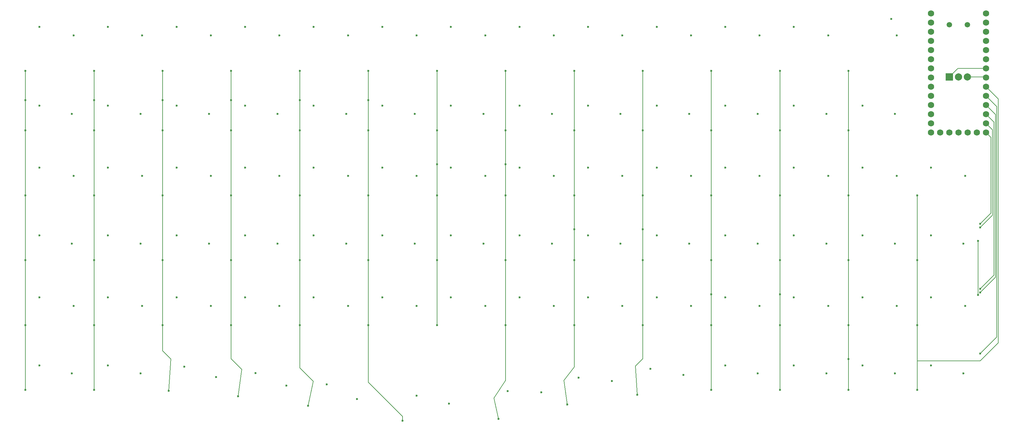
<source format=gbr>
%TF.GenerationSoftware,KiCad,Pcbnew,8.0.7*%
%TF.CreationDate,2025-01-24T18:11:26+01:00*%
%TF.ProjectId,eepyboard_rev3,65657079-626f-4617-9264-5f726576332e,1.2*%
%TF.SameCoordinates,Original*%
%TF.FileFunction,Copper,L1,Top*%
%TF.FilePolarity,Positive*%
%FSLAX46Y46*%
G04 Gerber Fmt 4.6, Leading zero omitted, Abs format (unit mm)*
G04 Created by KiCad (PCBNEW 8.0.7) date 2025-01-24 18:11:26*
%MOMM*%
%LPD*%
G01*
G04 APERTURE LIST*
%TA.AperFunction,ComponentPad*%
%ADD10C,1.500000*%
%TD*%
%TA.AperFunction,ComponentPad*%
%ADD11R,2.000000X2.000000*%
%TD*%
%TA.AperFunction,ComponentPad*%
%ADD12C,2.000000*%
%TD*%
%TA.AperFunction,ComponentPad*%
%ADD13C,1.752600*%
%TD*%
%TA.AperFunction,ViaPad*%
%ADD14C,0.600000*%
%TD*%
%TA.AperFunction,Conductor*%
%ADD15C,0.200000*%
%TD*%
G04 APERTURE END LIST*
D10*
%TO.P,ROT1,1*%
%TO.N,diode_rotary_top_right*%
X322976745Y-75295902D03*
%TO.P,ROT1,2*%
%TO.N,COL14*%
X327976745Y-75295902D03*
D11*
%TO.P,ROT1,A*%
%TO.N,rotary_top_right_a*%
X322976745Y-89795905D03*
D12*
%TO.P,ROT1,B*%
%TO.N,rotary_top_right_b*%
X327976745Y-89795904D03*
%TO.P,ROT1,C*%
%TO.N,GND*%
X325476746Y-89795902D03*
%TD*%
D13*
%TO.P,MCU1,1*%
%TO.N,ROW1*%
X333136746Y-72165900D03*
%TO.P,MCU1,2*%
%TO.N,ROW2*%
X333136746Y-74705900D03*
%TO.P,MCU1,3*%
%TO.N,ROW3*%
X333136746Y-77245900D03*
%TO.P,MCU1,4*%
%TO.N,ROW4*%
X333136746Y-79785900D03*
%TO.P,MCU1,5*%
%TO.N,GP4*%
X333136746Y-82325900D03*
%TO.P,MCU1,6*%
%TO.N,GP5*%
X333136746Y-84865900D03*
%TO.P,MCU1,7*%
%TO.N,rotary_top_right_a*%
X333136746Y-87405900D03*
%TO.P,MCU1,8*%
%TO.N,rotary_top_right_b*%
X333136746Y-89945900D03*
%TO.P,MCU1,9*%
%TO.N,COL14*%
X333136746Y-92485900D03*
%TO.P,MCU1,10*%
%TO.N,COL13*%
X333136746Y-95025900D03*
%TO.P,MCU1,11*%
%TO.N,COL12*%
X333136746Y-97565900D03*
%TO.P,MCU1,12*%
%TO.N,COL11*%
X333136746Y-100105900D03*
%TO.P,MCU1,13*%
%TO.N,COL10*%
X333136746Y-102645900D03*
%TO.P,MCU1,14*%
%TO.N,COL9*%
X333136746Y-105185900D03*
%TO.P,MCU1,15*%
%TO.N,GP14*%
X330596746Y-105185900D03*
%TO.P,MCU1,16*%
%TO.N,GP15*%
X328056746Y-105185900D03*
%TO.P,MCU1,17*%
%TO.N,GP16*%
X325516746Y-105185900D03*
%TO.P,MCU1,18*%
%TO.N,COL8*%
X322976746Y-105185900D03*
%TO.P,MCU1,19*%
%TO.N,COL7*%
X320436746Y-105185900D03*
%TO.P,MCU1,20*%
%TO.N,VCC*%
X317896746Y-72165900D03*
%TO.P,MCU1,21*%
%TO.N,GND*%
X317896746Y-74705900D03*
%TO.P,MCU1,22*%
%TO.N,RST*%
X317896746Y-77245900D03*
%TO.P,MCU1,23*%
%TO.N,3V3*%
X317896746Y-79785900D03*
%TO.P,MCU1,24*%
%TO.N,led_din_function_f12*%
X317896746Y-82325900D03*
%TO.P,MCU1,25*%
%TO.N,ROW6*%
X317896746Y-84865900D03*
%TO.P,MCU1,26*%
%TO.N,COL1*%
X317896746Y-87405900D03*
%TO.P,MCU1,27*%
%TO.N,COL2*%
X317896746Y-89945900D03*
%TO.P,MCU1,28*%
%TO.N,COL3*%
X317896746Y-92485900D03*
%TO.P,MCU1,29*%
%TO.N,COL4*%
X317896746Y-95025900D03*
%TO.P,MCU1,30*%
%TO.N,COL5*%
X317896746Y-97565900D03*
%TO.P,MCU1,31*%
%TO.N,COL6*%
X317896746Y-100105900D03*
%TO.P,MCU1,32*%
%TO.N,GP20*%
X317896746Y-102645900D03*
%TO.P,MCU1,33*%
%TO.N,ROW5*%
X317896746Y-105185900D03*
%TD*%
D14*
%TO.N,COL6*%
X162027674Y-96175900D03*
%TO.N,COL5*%
X143027675Y-96175900D03*
%TO.N,COL4*%
X124027673Y-96175900D03*
%TO.N,COL3*%
X105027673Y-96175900D03*
%TO.N,COL2*%
X86027674Y-96175900D03*
%TO.N,COL1*%
X67027672Y-96175900D03*
%TO.N,led_din_main_right_bottom*%
X330900000Y-135250000D03*
%TO.N,COL9*%
X331500000Y-130500000D03*
%TO.N,COL10*%
X331500000Y-131500000D03*
%TO.N,COL7*%
X181027674Y-114000000D03*
%TO.N,COL8*%
X200027674Y-114000000D03*
%TO.N,COL9*%
X219027674Y-132000000D03*
%TO.N,COL10*%
X238027674Y-132000000D03*
%TO.N,COL13*%
X331500000Y-166500000D03*
%TO.N,COL12*%
X331500000Y-149500000D03*
%TO.N,COL13*%
X295027674Y-168000000D03*
%TO.N,COL11*%
X257027673Y-150000000D03*
%TO.N,COL12*%
X276027673Y-150000000D03*
%TO.N,GND*%
X200635767Y-176903765D03*
%TO.N,VCC*%
X209909495Y-177245617D03*
X229466372Y-174121100D03*
%TO.N,GND*%
X220239081Y-173133175D03*
X240151917Y-170730062D03*
%TO.N,VCC*%
X249287818Y-172359247D03*
X119876586Y-172997741D03*
X139351300Y-175355633D03*
X158830360Y-179096210D03*
%TO.N,GND*%
X150497430Y-175011951D03*
X130753767Y-171862594D03*
X111056334Y-170112943D03*
X317890546Y-169725899D03*
X298890546Y-169725899D03*
X279890544Y-169725901D03*
X260890545Y-169725900D03*
X175390544Y-178117398D03*
X89890544Y-169725901D03*
X70890544Y-169725900D03*
X317890544Y-133725901D03*
X298890544Y-133725902D03*
X279890544Y-133725901D03*
X260890544Y-133725903D03*
X241890546Y-133725900D03*
X222890544Y-133725898D03*
X203890544Y-133725898D03*
X184890543Y-133725900D03*
X165890544Y-133725902D03*
X146890543Y-133725901D03*
X127890544Y-133725901D03*
X108890544Y-133725901D03*
X89890544Y-133725902D03*
X70890543Y-133725903D03*
X298890544Y-97725900D03*
X279890544Y-97725900D03*
X260890545Y-97725901D03*
X241890546Y-97725901D03*
X222890545Y-97725899D03*
X203890545Y-97725901D03*
X184890544Y-97725903D03*
X165890544Y-97725898D03*
X146890543Y-97725900D03*
X127890543Y-97725898D03*
X108890543Y-97725898D03*
X89890543Y-97725900D03*
X70890544Y-97725901D03*
X327390544Y-153225900D03*
X308390544Y-153225901D03*
X289390544Y-153225900D03*
X270390544Y-153225900D03*
X251390544Y-153225902D03*
X232390544Y-153225904D03*
X213390543Y-153225903D03*
X194390543Y-153225900D03*
X175390543Y-153225901D03*
X156390543Y-153225899D03*
X137390543Y-153225900D03*
X118390543Y-153225899D03*
X99390544Y-153225900D03*
X80390544Y-153225901D03*
X327390544Y-117225901D03*
X308390543Y-117225901D03*
X289390544Y-117225902D03*
X270390543Y-117225900D03*
X251390544Y-117225900D03*
X232390544Y-117225901D03*
X213390544Y-117225902D03*
X194390543Y-117225899D03*
X175390543Y-117225902D03*
X156390543Y-117225902D03*
X137390543Y-117225901D03*
X118390543Y-117225901D03*
X99390543Y-117225899D03*
X80390543Y-117225899D03*
%TO.N,COL14*%
X314027672Y-122571945D03*
X314027672Y-158571942D03*
X314027672Y-176571945D03*
X314027674Y-140571942D03*
%TO.N,COL13*%
X295027673Y-104571945D03*
X295027675Y-122571945D03*
X295027674Y-176571947D03*
X295027674Y-140571944D03*
X295027673Y-158571942D03*
X295027674Y-88071942D03*
%TO.N,COL12*%
X276027673Y-122571947D03*
X276027671Y-88071942D03*
X276027673Y-158571943D03*
X276027676Y-104571944D03*
X276027673Y-140571944D03*
X276027674Y-176571944D03*
%TO.N,COL11*%
X257027675Y-104571944D03*
X257027673Y-158571945D03*
X257027675Y-176571942D03*
X257027674Y-122571942D03*
X257027674Y-140571942D03*
X257027673Y-88071944D03*
%TO.N,COL10*%
X238027675Y-88071946D03*
X238027675Y-104571944D03*
X236545581Y-177918401D03*
X238027673Y-158571944D03*
X238027674Y-140571944D03*
X238027673Y-122571943D03*
%TO.N,COL9*%
X219027675Y-122571941D03*
X219027676Y-104571946D03*
X217149134Y-180638936D03*
X219027673Y-158571944D03*
X219027673Y-88071945D03*
X219027674Y-140571945D03*
%TO.N,COL8*%
X200027674Y-88071945D03*
X198059299Y-184547830D03*
X200027673Y-122571942D03*
X200027672Y-158571943D03*
X200027675Y-140571945D03*
X200027676Y-104571945D03*
%TO.N,COL7*%
X181027676Y-140571943D03*
X181027676Y-104571944D03*
X181027676Y-88071943D03*
X181027672Y-158571944D03*
X181027672Y-122571942D03*
%TO.N,VCC*%
X222890544Y-75863400D03*
X288890543Y-171988400D03*
X108890544Y-114863402D03*
X279890543Y-75863402D03*
X127890544Y-75863401D03*
X250890543Y-135988402D03*
X193890543Y-99988399D03*
X250890544Y-99988400D03*
X174890543Y-99988401D03*
X146890544Y-150863400D03*
X260890544Y-75863399D03*
X241890543Y-75863397D03*
X98890543Y-99988405D03*
X317890544Y-150863398D03*
X146890544Y-114863403D03*
X193890543Y-135988404D03*
X117890544Y-99988403D03*
X79890544Y-99988402D03*
X184390545Y-180379896D03*
X79890544Y-171988399D03*
X174890544Y-135988402D03*
X326890544Y-171988397D03*
X184890545Y-114863403D03*
X70890544Y-114863399D03*
X117890544Y-135988400D03*
X307890544Y-135988401D03*
X203890544Y-150863401D03*
X127890543Y-114863403D03*
X89890544Y-75863403D03*
X165890543Y-114863402D03*
X279890543Y-150863402D03*
X89890543Y-150863399D03*
X203890545Y-75863403D03*
X306890545Y-73667578D03*
X222890544Y-150863401D03*
X184890544Y-150863399D03*
X136890543Y-135988401D03*
X288890544Y-99988401D03*
X317890545Y-114863400D03*
X79890545Y-135988398D03*
X260890543Y-114863401D03*
X241890543Y-150863401D03*
X98890542Y-135988402D03*
X108890544Y-75863403D03*
X298890543Y-150863403D03*
X146890544Y-75863398D03*
X222890543Y-114863403D03*
X260890543Y-150863401D03*
X288890544Y-135988402D03*
X269890543Y-171988403D03*
X155890543Y-99988401D03*
X241890543Y-114863402D03*
X231890544Y-99988399D03*
X203890544Y-114863402D03*
X326890544Y-135988401D03*
X70890543Y-75863401D03*
X165890544Y-75863400D03*
X108890543Y-150863403D03*
X98890545Y-171988396D03*
X165890544Y-150863399D03*
X136890544Y-99988402D03*
X127890545Y-150863398D03*
X269890544Y-99988400D03*
X269890545Y-135988398D03*
X212890543Y-99988400D03*
X89890544Y-114863399D03*
X184890545Y-75863401D03*
X298890544Y-114863399D03*
X307890545Y-99988404D03*
X70890543Y-150863401D03*
X279890544Y-114863399D03*
X155890544Y-135988398D03*
X307890544Y-171988399D03*
X212890543Y-135988402D03*
X231890543Y-135988401D03*
%TO.N,GND*%
X80390543Y-78225900D03*
X194390545Y-78225898D03*
X289390543Y-78225902D03*
X308390543Y-78225900D03*
X99390545Y-78225902D03*
X137390544Y-78225902D03*
X118390544Y-78225902D03*
X232390545Y-78225899D03*
X251390544Y-78225898D03*
X175390544Y-78225897D03*
X213390545Y-78225899D03*
X156390544Y-78225900D03*
X270390543Y-78225899D03*
%TO.N,COL1*%
X67027674Y-122571946D03*
X67027673Y-88071943D03*
X67027673Y-176571943D03*
X67027671Y-104571942D03*
X67027674Y-158571946D03*
X67027673Y-140571941D03*
%TO.N,COL2*%
X86027673Y-88071942D03*
X86027673Y-104571942D03*
X86027676Y-176571946D03*
X86027673Y-140571943D03*
X86027675Y-158571943D03*
X86027675Y-122571947D03*
%TO.N,COL3*%
X106718122Y-176775310D03*
X105027675Y-158571943D03*
X105027674Y-104571943D03*
X105027675Y-122571945D03*
X105027673Y-88071944D03*
X105027671Y-140571944D03*
%TO.N,COL4*%
X125945875Y-178346396D03*
X124027674Y-104571945D03*
X124027675Y-88071945D03*
X124027675Y-158571942D03*
X124027672Y-122571944D03*
X124027673Y-140571944D03*
%TO.N,COL5*%
X143027674Y-104571944D03*
X143027676Y-88071944D03*
X143027674Y-140571942D03*
X143027675Y-158571944D03*
X145299627Y-180922965D03*
X143027672Y-122571944D03*
%TO.N,COL6*%
X162027672Y-140571942D03*
X162027674Y-104571943D03*
X171527673Y-185071943D03*
X162027674Y-88071945D03*
X162027673Y-122571945D03*
X162027673Y-158571945D03*
%TO.N,COL11*%
X331500000Y-148500000D03*
%TO.N,led_din_main_right_bottom*%
X330900000Y-150250000D03*
%TD*%
D15*
%TO.N,rotary_top_right_a*%
X322976745Y-89795905D02*
X325366750Y-87405900D01*
X325366750Y-87405900D02*
X333136746Y-87405900D01*
%TO.N,rotary_top_right_b*%
X327976745Y-89795904D02*
X332986750Y-89795904D01*
%TO.N,COL6*%
X162027674Y-96175900D02*
X162027674Y-104571943D01*
%TO.N,COL5*%
X143027675Y-96175900D02*
X143027676Y-88071944D01*
%TO.N,COL4*%
X124027673Y-96175900D02*
X124027674Y-104571945D01*
%TO.N,COL3*%
X105027673Y-96175900D02*
X105027674Y-104571943D01*
%TO.N,COL2*%
X86027674Y-96175900D02*
X86027673Y-104571942D01*
%TO.N,COL1*%
X67027672Y-96175900D02*
X67027671Y-104571942D01*
%TO.N,led_din_main_right_bottom*%
X330900000Y-135250000D02*
X330900000Y-150250000D01*
%TO.N,COL14*%
X333136746Y-92485900D02*
X336500000Y-95849154D01*
X336500000Y-95849154D02*
X336500000Y-163500000D01*
X336500000Y-163500000D02*
X331500000Y-168500000D01*
X331500000Y-168500000D02*
X314027674Y-168500000D01*
%TO.N,COL13*%
X333136746Y-95025900D02*
X336100000Y-97989154D01*
X336100000Y-97989154D02*
X336100000Y-161900000D01*
X336100000Y-161900000D02*
X331500000Y-166500000D01*
%TO.N,COL12*%
X331500000Y-149500000D02*
X335700000Y-145300000D01*
X335700000Y-145300000D02*
X335700000Y-100129154D01*
X335700000Y-100129154D02*
X333136746Y-97565900D01*
%TO.N,COL11*%
X333136746Y-100105900D02*
X335300000Y-102269154D01*
X335300000Y-102269154D02*
X335300000Y-144700000D01*
X335300000Y-144700000D02*
X331500000Y-148500000D01*
%TO.N,COL10*%
X331500000Y-131500000D02*
X334900000Y-128100000D01*
X334900000Y-128100000D02*
X334900000Y-104409154D01*
X334900000Y-104409154D02*
X333136746Y-102645900D01*
%TO.N,COL9*%
X333136746Y-105185900D02*
X334500000Y-106549154D01*
X334500000Y-106549154D02*
X334500000Y-127500000D01*
X334500000Y-127500000D02*
X331500000Y-130500000D01*
%TO.N,COL7*%
X181027674Y-114000000D02*
X181027672Y-122571942D01*
%TO.N,COL8*%
X200027674Y-114000000D02*
X200027673Y-122571942D01*
%TO.N,COL9*%
X219027674Y-132000000D02*
X219027674Y-140571945D01*
%TO.N,COL10*%
X238027674Y-132000000D02*
X238027674Y-140571944D01*
%TO.N,COL14*%
X314027672Y-158571942D02*
X314027674Y-170500000D01*
X314027672Y-176571945D02*
X314027674Y-170500000D01*
%TO.N,COL13*%
X295027674Y-168000000D02*
X295027674Y-176571947D01*
%TO.N,COL11*%
X257027673Y-150000000D02*
X257027673Y-158571945D01*
X257027674Y-140571942D02*
X257027673Y-150000000D01*
%TO.N,COL13*%
X295027673Y-158571942D02*
X295027674Y-168000000D01*
%TO.N,COL14*%
X314027672Y-158571942D02*
X314027674Y-140571942D01*
X314027674Y-140571942D02*
X314027672Y-122571945D01*
%TO.N,COL13*%
X295027673Y-104571945D02*
X295027675Y-122571945D01*
X295027674Y-140571944D02*
X295027673Y-158571942D01*
X295027673Y-104571945D02*
X295027674Y-88071942D01*
X295027675Y-122571945D02*
X295027674Y-140571944D01*
%TO.N,COL12*%
X276027676Y-104571944D02*
X276027673Y-122571947D01*
X276027672Y-94571944D02*
X276027676Y-104571944D01*
X276027673Y-122571947D02*
X276027673Y-140571944D01*
X276027673Y-158571943D02*
X276027674Y-176571944D01*
X276027671Y-88071942D02*
X276027672Y-94571944D01*
%TO.N,COL11*%
X257027673Y-88071944D02*
X257027676Y-93571944D01*
X257027676Y-93571944D02*
X257027675Y-104571944D01*
X257027673Y-158571945D02*
X257027675Y-176571942D01*
X257027675Y-104571944D02*
X257027674Y-122571942D01*
X257027674Y-122571942D02*
X257027674Y-140571942D01*
%TO.N,COL10*%
X238027674Y-140571944D02*
X238027673Y-158571944D01*
X238027675Y-104571944D02*
X238027673Y-122571943D01*
X236545581Y-177918401D02*
X235988108Y-169946219D01*
X235988108Y-169946219D02*
X235989564Y-169944548D01*
X235989564Y-169944548D02*
X238027675Y-167906437D01*
X238027675Y-88071946D02*
X238027673Y-93571945D01*
X238027675Y-167906437D02*
X238027673Y-158571944D01*
X238027673Y-93571945D02*
X238027675Y-104571944D01*
X238027673Y-122571943D02*
X238027674Y-132000000D01*
%TO.N,COL9*%
X216202771Y-173905211D02*
X219027676Y-170156436D01*
X219027673Y-88071945D02*
X219027676Y-93571944D01*
X219027676Y-170156436D02*
X219027673Y-158571944D01*
X219027675Y-122571941D02*
X219027674Y-132000000D01*
X219027676Y-93571944D02*
X219027676Y-104571946D01*
X219027674Y-140571945D02*
X219027673Y-158571944D01*
X217149134Y-180638936D02*
X216202771Y-173905211D01*
X219027676Y-104571946D02*
X219027675Y-122571941D01*
%TO.N,COL8*%
X200027672Y-158571943D02*
X200027675Y-173906436D01*
X200027674Y-88071945D02*
X200027676Y-104571945D01*
X196840567Y-178814150D02*
X200027675Y-173906436D01*
X200027676Y-104571945D02*
X200027674Y-114000000D01*
X200027673Y-122571942D02*
X200027675Y-140571945D01*
X200027675Y-140571945D02*
X200027672Y-158571943D01*
X198059299Y-184547830D02*
X196840567Y-178814150D01*
%TO.N,COL7*%
X181027676Y-88071943D02*
X181027673Y-93071947D01*
X181027673Y-93071947D02*
X181027676Y-104571944D01*
X181027672Y-122571942D02*
X181027676Y-140571943D01*
X181027676Y-104571944D02*
X181027674Y-114000000D01*
X181027676Y-140571943D02*
X181027672Y-158571944D01*
%TO.N,COL1*%
X67027674Y-158571946D02*
X67027673Y-176571943D01*
X67027671Y-104571942D02*
X67027674Y-122571946D01*
X67027673Y-88071943D02*
X67027672Y-96175900D01*
X67027674Y-122571946D02*
X67027673Y-140571941D01*
X67027673Y-140571941D02*
X67027674Y-158571946D01*
%TO.N,COL2*%
X86027673Y-140571943D02*
X86027675Y-158571943D01*
X86027675Y-122571947D02*
X86027673Y-140571943D01*
X86027675Y-158571943D02*
X86027676Y-176571946D01*
X86027673Y-88071942D02*
X86027675Y-92571943D01*
X86027673Y-104571942D02*
X86027675Y-122571947D01*
X86027675Y-92571943D02*
X86027674Y-96175900D01*
%TO.N,COL3*%
X105027674Y-104571943D02*
X105027675Y-122571945D01*
X105027675Y-158571943D02*
X105027674Y-165669254D01*
X105027674Y-165669254D02*
X107332459Y-167974035D01*
X105027673Y-88071944D02*
X105027673Y-96175900D01*
X107241296Y-169293579D02*
X106718122Y-176775310D01*
X105027671Y-140571944D02*
X105027675Y-158571943D01*
X107241296Y-169293579D02*
X107333482Y-167975218D01*
X107333482Y-167975218D02*
X107332459Y-167974035D01*
X105027675Y-122571945D02*
X105027671Y-140571944D01*
%TO.N,COL4*%
X124027675Y-88071945D02*
X124027672Y-92071943D01*
X124027672Y-122571944D02*
X124027673Y-140571944D01*
X124027673Y-140571944D02*
X124027675Y-158571942D01*
X124027675Y-167942618D02*
X126991492Y-170906436D01*
X124027674Y-104571945D02*
X124027672Y-122571944D01*
X124027675Y-158571942D02*
X124027675Y-167942618D01*
X126991492Y-170906436D02*
X125945875Y-178346396D01*
X124027672Y-92071943D02*
X124027673Y-96175900D01*
%TO.N,COL5*%
X143027674Y-104571944D02*
X143027672Y-122571944D01*
X143027674Y-140571942D02*
X143027675Y-158571944D01*
X143027675Y-158571944D02*
X143027674Y-170446214D01*
X146737896Y-174156436D02*
X145299627Y-180922965D01*
X143027674Y-104571944D02*
X143027675Y-96175900D01*
X143027674Y-170446214D02*
X146737896Y-174156436D01*
X143027672Y-122571944D02*
X143027674Y-140571942D01*
%TO.N,COL6*%
X162027674Y-104571943D02*
X162027673Y-122571945D01*
X162027672Y-140571942D02*
X162027673Y-158571945D01*
X162027674Y-88071945D02*
X162027674Y-96175900D01*
X162027674Y-165656438D02*
X162027673Y-174386582D01*
X171527672Y-183886580D02*
X171527673Y-185071943D01*
X162027673Y-174386582D02*
X171527672Y-183886580D01*
X162027673Y-158571945D02*
X162027674Y-165656438D01*
X162027673Y-122571945D02*
X162027672Y-140571942D01*
%TO.N,COL12*%
X276027673Y-150000000D02*
X276027673Y-158571943D01*
X276027673Y-140571944D02*
X276027673Y-150000000D01*
%TD*%
M02*

</source>
